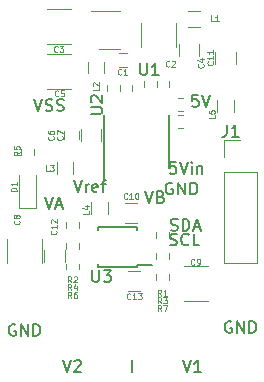
<source format=gto>
G04 #@! TF.FileFunction,Legend,Top*
%FSLAX46Y46*%
G04 Gerber Fmt 4.6, Leading zero omitted, Abs format (unit mm)*
G04 Created by KiCad (PCBNEW 4.0.6) date Wed Apr  3 14:00:51 2019*
%MOMM*%
%LPD*%
G01*
G04 APERTURE LIST*
%ADD10C,0.100000*%
%ADD11C,0.120000*%
%ADD12C,0.150000*%
%ADD13C,0.125000*%
G04 APERTURE END LIST*
D10*
D11*
X9069500Y27917500D02*
X10869500Y27917500D01*
X10869500Y31137500D02*
X8419500Y31137500D01*
X4715000Y28301500D02*
X6715000Y28301500D01*
X6715000Y31261500D02*
X4715000Y31261500D01*
X6328000Y11502200D02*
X6328000Y11002200D01*
X7388000Y11002200D02*
X7388000Y11502200D01*
X7570100Y21099400D02*
X7570100Y20099400D01*
X9270100Y20099400D02*
X9270100Y21099400D01*
D12*
X15069400Y17841400D02*
X15069400Y22341400D01*
X9519400Y16716400D02*
X9519400Y22341400D01*
D11*
X8464000Y13927200D02*
X8464000Y14927200D01*
X9824000Y14927200D02*
X9824000Y13927200D01*
X10762500Y27587500D02*
X11462500Y27587500D01*
X11462500Y26387500D02*
X10762500Y26387500D01*
X15640500Y28083000D02*
X15640500Y30083000D01*
X12680500Y30083000D02*
X12680500Y28083000D01*
X17550500Y27313000D02*
X17550500Y28313000D01*
X15850500Y28313000D02*
X15850500Y27313000D01*
X4715000Y24555000D02*
X6715000Y24555000D01*
X6715000Y27515000D02*
X4715000Y27515000D01*
X6169100Y20249400D02*
X6169100Y20949400D01*
X7369100Y20949400D02*
X7369100Y20249400D01*
X13948000Y12391200D02*
X13948000Y11891200D01*
X15008000Y11891200D02*
X15008000Y12391200D01*
X6328000Y13280200D02*
X6328000Y12780200D01*
X7388000Y12780200D02*
X7388000Y13280200D01*
X13948000Y10613200D02*
X13948000Y10113200D01*
X15008000Y10113200D02*
X15008000Y10613200D01*
X17645000Y29800000D02*
X16645000Y29800000D01*
X16645000Y31160000D02*
X17645000Y31160000D01*
X9506500Y26852500D02*
X9506500Y25852500D01*
X8146500Y25852500D02*
X8146500Y26852500D01*
X6877600Y18305400D02*
X6877600Y17305400D01*
X5517600Y17305400D02*
X5517600Y18305400D01*
X11311000Y13196200D02*
X12311000Y13196200D01*
X12311000Y14896200D02*
X11311000Y14896200D01*
D12*
X12343000Y9450200D02*
X12343000Y9625200D01*
X8993000Y9450200D02*
X8993000Y9700200D01*
X8993000Y12800200D02*
X8993000Y12550200D01*
X12343000Y12800200D02*
X12343000Y12550200D01*
X12343000Y9450200D02*
X8993000Y9450200D01*
X12343000Y12800200D02*
X8993000Y12800200D01*
X12343000Y9625200D02*
X13593000Y9625200D01*
D11*
X18962000Y27678000D02*
X18962000Y26678000D01*
X20662000Y26678000D02*
X20662000Y27678000D01*
X19132000Y22614000D02*
X19132000Y23614000D01*
X20492000Y23614000D02*
X20492000Y22614000D01*
X4274000Y9820400D02*
X4274000Y11820400D01*
X1314000Y11820400D02*
X1314000Y9820400D01*
X18322800Y9506400D02*
X16322800Y9506400D01*
X16322800Y6546400D02*
X18322800Y6546400D01*
X4484000Y10863200D02*
X4484000Y9863200D01*
X6184000Y9863200D02*
X6184000Y10863200D01*
X11590400Y7379600D02*
X12590400Y7379600D01*
X12590400Y9079600D02*
X11590400Y9079600D01*
X2348000Y14456000D02*
X3748000Y14456000D01*
X3748000Y14456000D02*
X3748000Y17256000D01*
X2348000Y14456000D02*
X2348000Y17256000D01*
X2518000Y19427000D02*
X2518000Y18927000D01*
X3578000Y18927000D02*
X3578000Y19427000D01*
X7388000Y9249600D02*
X7388000Y9749600D01*
X6328000Y9749600D02*
X6328000Y9249600D01*
X15008000Y8335200D02*
X15008000Y8835200D01*
X13948000Y8835200D02*
X13948000Y8335200D01*
X11909200Y24337200D02*
X11909200Y24837200D01*
X10849200Y24837200D02*
X10849200Y24337200D01*
X9782400Y24837200D02*
X9782400Y24337200D01*
X10842400Y24337200D02*
X10842400Y24837200D01*
X15058800Y24692800D02*
X15058800Y25192800D01*
X13998800Y25192800D02*
X13998800Y24692800D01*
X12932000Y25192800D02*
X12932000Y24692800D01*
X13992000Y24692800D02*
X13992000Y25192800D01*
X16252000Y23745600D02*
X15752000Y23745600D01*
X15752000Y22685600D02*
X16252000Y22685600D01*
X16252000Y22297800D02*
X15752000Y22297800D01*
X15752000Y21237800D02*
X16252000Y21237800D01*
X19692000Y17526000D02*
X19692000Y9786000D01*
X19692000Y9786000D02*
X22472000Y9786000D01*
X22472000Y9786000D02*
X22472000Y17526000D01*
X22472000Y17526000D02*
X19692000Y17526000D01*
X19692000Y18796000D02*
X19692000Y20186000D01*
X19692000Y20186000D02*
X21082000Y20186000D01*
D12*
X13035067Y15889219D02*
X13368400Y14889219D01*
X13701734Y15889219D01*
X14368401Y15413029D02*
X14511258Y15365410D01*
X14558877Y15317790D01*
X14606496Y15222552D01*
X14606496Y15079695D01*
X14558877Y14984457D01*
X14511258Y14936838D01*
X14416020Y14889219D01*
X14035067Y14889219D01*
X14035067Y15889219D01*
X14368401Y15889219D01*
X14463639Y15841600D01*
X14511258Y15793981D01*
X14558877Y15698743D01*
X14558877Y15603505D01*
X14511258Y15508267D01*
X14463639Y15460648D01*
X14368401Y15413029D01*
X14035067Y15413029D01*
X16208476Y1563619D02*
X16541809Y563619D01*
X16875143Y1563619D01*
X17732286Y563619D02*
X17160857Y563619D01*
X17446571Y563619D02*
X17446571Y1563619D01*
X17351333Y1420762D01*
X17256095Y1325524D01*
X17160857Y1277905D01*
X12598495Y26709619D02*
X12598495Y25900095D01*
X12646114Y25804857D01*
X12693733Y25757238D01*
X12788971Y25709619D01*
X12979448Y25709619D01*
X13074686Y25757238D01*
X13122305Y25804857D01*
X13169924Y25900095D01*
X13169924Y26709619D01*
X14169924Y25709619D02*
X13598495Y25709619D01*
X13884209Y25709619D02*
X13884209Y26709619D01*
X13788971Y26566762D01*
X13693733Y26471524D01*
X13598495Y26423905D01*
D13*
X5606267Y27710629D02*
X5582457Y27686819D01*
X5511029Y27663010D01*
X5463410Y27663010D01*
X5391981Y27686819D01*
X5344362Y27734438D01*
X5320553Y27782057D01*
X5296743Y27877295D01*
X5296743Y27948724D01*
X5320553Y28043962D01*
X5344362Y28091581D01*
X5391981Y28139200D01*
X5463410Y28163010D01*
X5511029Y28163010D01*
X5582457Y28139200D01*
X5606267Y28115390D01*
X5772934Y28163010D02*
X6082457Y28163010D01*
X5915791Y27972533D01*
X5987219Y27972533D01*
X6034838Y27948724D01*
X6058648Y27924914D01*
X6082457Y27877295D01*
X6082457Y27758248D01*
X6058648Y27710629D01*
X6034838Y27686819D01*
X5987219Y27663010D01*
X5844362Y27663010D01*
X5796743Y27686819D01*
X5772934Y27710629D01*
X6774667Y7495410D02*
X6608000Y7733505D01*
X6488953Y7495410D02*
X6488953Y7995410D01*
X6679429Y7995410D01*
X6727048Y7971600D01*
X6750857Y7947790D01*
X6774667Y7900171D01*
X6774667Y7828743D01*
X6750857Y7781124D01*
X6727048Y7757314D01*
X6679429Y7733505D01*
X6488953Y7733505D01*
X7203238Y7828743D02*
X7203238Y7495410D01*
X7084191Y8019219D02*
X6965143Y7662076D01*
X7274667Y7662076D01*
X5995171Y20516067D02*
X6018981Y20492257D01*
X6042790Y20420829D01*
X6042790Y20373210D01*
X6018981Y20301781D01*
X5971362Y20254162D01*
X5923743Y20230353D01*
X5828505Y20206543D01*
X5757076Y20206543D01*
X5661838Y20230353D01*
X5614219Y20254162D01*
X5566600Y20301781D01*
X5542790Y20373210D01*
X5542790Y20420829D01*
X5566600Y20492257D01*
X5590410Y20516067D01*
X5542790Y20682734D02*
X5542790Y21016067D01*
X6042790Y20801781D01*
D12*
X8393181Y22402895D02*
X9202705Y22402895D01*
X9297943Y22450514D01*
X9345562Y22498133D01*
X9393181Y22593371D01*
X9393181Y22783848D01*
X9345562Y22879086D01*
X9297943Y22926705D01*
X9202705Y22974324D01*
X8393181Y22974324D01*
X8488419Y23402895D02*
X8440800Y23450514D01*
X8393181Y23545752D01*
X8393181Y23783848D01*
X8440800Y23879086D01*
X8488419Y23926705D01*
X8583657Y23974324D01*
X8678895Y23974324D01*
X8821752Y23926705D01*
X9393181Y23355276D01*
X9393181Y23974324D01*
D13*
X8227190Y14216867D02*
X8227190Y13978772D01*
X7727190Y13978772D01*
X7893857Y14597819D02*
X8227190Y14597819D01*
X7703381Y14478772D02*
X8060524Y14359724D01*
X8060524Y14669248D01*
X10991067Y25780229D02*
X10967257Y25756419D01*
X10895829Y25732610D01*
X10848210Y25732610D01*
X10776781Y25756419D01*
X10729162Y25804038D01*
X10705353Y25851657D01*
X10681543Y25946895D01*
X10681543Y26018324D01*
X10705353Y26113562D01*
X10729162Y26161181D01*
X10776781Y26208800D01*
X10848210Y26232610D01*
X10895829Y26232610D01*
X10967257Y26208800D01*
X10991067Y26184990D01*
X11467257Y25732610D02*
X11181543Y25732610D01*
X11324400Y25732610D02*
X11324400Y26232610D01*
X11276781Y26161181D01*
X11229162Y26113562D01*
X11181543Y26089752D01*
X15055067Y26466029D02*
X15031257Y26442219D01*
X14959829Y26418410D01*
X14912210Y26418410D01*
X14840781Y26442219D01*
X14793162Y26489838D01*
X14769353Y26537457D01*
X14745543Y26632695D01*
X14745543Y26704124D01*
X14769353Y26799362D01*
X14793162Y26846981D01*
X14840781Y26894600D01*
X14912210Y26918410D01*
X14959829Y26918410D01*
X15031257Y26894600D01*
X15055067Y26870790D01*
X15245543Y26870790D02*
X15269353Y26894600D01*
X15316972Y26918410D01*
X15436019Y26918410D01*
X15483638Y26894600D01*
X15507448Y26870790D01*
X15531257Y26823171D01*
X15531257Y26775552D01*
X15507448Y26704124D01*
X15221734Y26418410D01*
X15531257Y26418410D01*
X17907771Y26637467D02*
X17931581Y26613657D01*
X17955390Y26542229D01*
X17955390Y26494610D01*
X17931581Y26423181D01*
X17883962Y26375562D01*
X17836343Y26351753D01*
X17741105Y26327943D01*
X17669676Y26327943D01*
X17574438Y26351753D01*
X17526819Y26375562D01*
X17479200Y26423181D01*
X17455390Y26494610D01*
X17455390Y26542229D01*
X17479200Y26613657D01*
X17503010Y26637467D01*
X17622057Y27066038D02*
X17955390Y27066038D01*
X17431581Y26946991D02*
X17788724Y26827943D01*
X17788724Y27137467D01*
X5657067Y23951429D02*
X5633257Y23927619D01*
X5561829Y23903810D01*
X5514210Y23903810D01*
X5442781Y23927619D01*
X5395162Y23975238D01*
X5371353Y24022857D01*
X5347543Y24118095D01*
X5347543Y24189524D01*
X5371353Y24284762D01*
X5395162Y24332381D01*
X5442781Y24380000D01*
X5514210Y24403810D01*
X5561829Y24403810D01*
X5633257Y24380000D01*
X5657067Y24356190D01*
X6109448Y24403810D02*
X5871353Y24403810D01*
X5847543Y24165714D01*
X5871353Y24189524D01*
X5918972Y24213333D01*
X6038019Y24213333D01*
X6085638Y24189524D01*
X6109448Y24165714D01*
X6133257Y24118095D01*
X6133257Y23999048D01*
X6109448Y23951429D01*
X6085638Y23927619D01*
X6038019Y23903810D01*
X5918972Y23903810D01*
X5871353Y23927619D01*
X5847543Y23951429D01*
X5233171Y20516067D02*
X5256981Y20492257D01*
X5280790Y20420829D01*
X5280790Y20373210D01*
X5256981Y20301781D01*
X5209362Y20254162D01*
X5161743Y20230353D01*
X5066505Y20206543D01*
X4995076Y20206543D01*
X4899838Y20230353D01*
X4852219Y20254162D01*
X4804600Y20301781D01*
X4780790Y20373210D01*
X4780790Y20420829D01*
X4804600Y20492257D01*
X4828410Y20516067D01*
X4780790Y20944638D02*
X4780790Y20849400D01*
X4804600Y20801781D01*
X4828410Y20777972D01*
X4899838Y20730353D01*
X4995076Y20706543D01*
X5185552Y20706543D01*
X5233171Y20730353D01*
X5256981Y20754162D01*
X5280790Y20801781D01*
X5280790Y20897019D01*
X5256981Y20944638D01*
X5233171Y20968448D01*
X5185552Y20992257D01*
X5066505Y20992257D01*
X5018886Y20968448D01*
X4995076Y20944638D01*
X4971267Y20897019D01*
X4971267Y20801781D01*
X4995076Y20754162D01*
X5018886Y20730353D01*
X5066505Y20706543D01*
X14394667Y7038210D02*
X14228000Y7276305D01*
X14108953Y7038210D02*
X14108953Y7538210D01*
X14299429Y7538210D01*
X14347048Y7514400D01*
X14370857Y7490590D01*
X14394667Y7442971D01*
X14394667Y7371543D01*
X14370857Y7323924D01*
X14347048Y7300114D01*
X14299429Y7276305D01*
X14108953Y7276305D01*
X14870857Y7038210D02*
X14585143Y7038210D01*
X14728000Y7038210D02*
X14728000Y7538210D01*
X14680381Y7466781D01*
X14632762Y7419162D01*
X14585143Y7395352D01*
X6774667Y8155810D02*
X6608000Y8393905D01*
X6488953Y8155810D02*
X6488953Y8655810D01*
X6679429Y8655810D01*
X6727048Y8632000D01*
X6750857Y8608190D01*
X6774667Y8560571D01*
X6774667Y8489143D01*
X6750857Y8441524D01*
X6727048Y8417714D01*
X6679429Y8393905D01*
X6488953Y8393905D01*
X6965143Y8608190D02*
X6988953Y8632000D01*
X7036572Y8655810D01*
X7155619Y8655810D01*
X7203238Y8632000D01*
X7227048Y8608190D01*
X7250857Y8560571D01*
X7250857Y8512952D01*
X7227048Y8441524D01*
X6941334Y8155810D01*
X7250857Y8155810D01*
X14394667Y6377810D02*
X14228000Y6615905D01*
X14108953Y6377810D02*
X14108953Y6877810D01*
X14299429Y6877810D01*
X14347048Y6854000D01*
X14370857Y6830190D01*
X14394667Y6782571D01*
X14394667Y6711143D01*
X14370857Y6663524D01*
X14347048Y6639714D01*
X14299429Y6615905D01*
X14108953Y6615905D01*
X14561334Y6877810D02*
X14870857Y6877810D01*
X14704191Y6687333D01*
X14775619Y6687333D01*
X14823238Y6663524D01*
X14847048Y6639714D01*
X14870857Y6592095D01*
X14870857Y6473048D01*
X14847048Y6425429D01*
X14823238Y6401619D01*
X14775619Y6377810D01*
X14632762Y6377810D01*
X14585143Y6401619D01*
X14561334Y6425429D01*
X18814267Y30253810D02*
X18576172Y30253810D01*
X18576172Y30753810D01*
X19242838Y30253810D02*
X18957124Y30253810D01*
X19099981Y30253810D02*
X19099981Y30753810D01*
X19052362Y30682381D01*
X19004743Y30634762D01*
X18957124Y30610952D01*
X9065390Y24656267D02*
X9065390Y24418172D01*
X8565390Y24418172D01*
X8613010Y24799124D02*
X8589200Y24822934D01*
X8565390Y24870553D01*
X8565390Y24989600D01*
X8589200Y25037219D01*
X8613010Y25061029D01*
X8660629Y25084838D01*
X8708248Y25084838D01*
X8779676Y25061029D01*
X9065390Y24775315D01*
X9065390Y25084838D01*
X4844267Y17579210D02*
X4606172Y17579210D01*
X4606172Y18079210D01*
X4963315Y18079210D02*
X5272838Y18079210D01*
X5106172Y17888733D01*
X5177600Y17888733D01*
X5225219Y17864924D01*
X5249029Y17841114D01*
X5272838Y17793495D01*
X5272838Y17674448D01*
X5249029Y17626829D01*
X5225219Y17603019D01*
X5177600Y17579210D01*
X5034743Y17579210D01*
X4987124Y17603019D01*
X4963315Y17626829D01*
X11489572Y15264629D02*
X11465762Y15240819D01*
X11394334Y15217010D01*
X11346715Y15217010D01*
X11275286Y15240819D01*
X11227667Y15288438D01*
X11203858Y15336057D01*
X11180048Y15431295D01*
X11180048Y15502724D01*
X11203858Y15597962D01*
X11227667Y15645581D01*
X11275286Y15693200D01*
X11346715Y15717010D01*
X11394334Y15717010D01*
X11465762Y15693200D01*
X11489572Y15669390D01*
X11965762Y15217010D02*
X11680048Y15217010D01*
X11822905Y15217010D02*
X11822905Y15717010D01*
X11775286Y15645581D01*
X11727667Y15597962D01*
X11680048Y15574152D01*
X12275286Y15717010D02*
X12322905Y15717010D01*
X12370524Y15693200D01*
X12394333Y15669390D01*
X12418143Y15621771D01*
X12441952Y15526533D01*
X12441952Y15407486D01*
X12418143Y15312248D01*
X12394333Y15264629D01*
X12370524Y15240819D01*
X12322905Y15217010D01*
X12275286Y15217010D01*
X12227667Y15240819D01*
X12203857Y15264629D01*
X12180048Y15312248D01*
X12156238Y15407486D01*
X12156238Y15526533D01*
X12180048Y15621771D01*
X12203857Y15669390D01*
X12227667Y15693200D01*
X12275286Y15717010D01*
D12*
X8534495Y9183619D02*
X8534495Y8374095D01*
X8582114Y8278857D01*
X8629733Y8231238D01*
X8724971Y8183619D01*
X8915448Y8183619D01*
X9010686Y8231238D01*
X9058305Y8278857D01*
X9105924Y8374095D01*
X9105924Y9183619D01*
X9486876Y9183619D02*
X10105924Y9183619D01*
X9772590Y8802667D01*
X9915448Y8802667D01*
X10010686Y8755048D01*
X10058305Y8707429D01*
X10105924Y8612190D01*
X10105924Y8374095D01*
X10058305Y8278857D01*
X10010686Y8231238D01*
X9915448Y8183619D01*
X9629733Y8183619D01*
X9534495Y8231238D01*
X9486876Y8278857D01*
X15603648Y18353019D02*
X15127457Y18353019D01*
X15079838Y17876829D01*
X15127457Y17924448D01*
X15222695Y17972067D01*
X15460791Y17972067D01*
X15556029Y17924448D01*
X15603648Y17876829D01*
X15651267Y17781590D01*
X15651267Y17543495D01*
X15603648Y17448257D01*
X15556029Y17400638D01*
X15460791Y17353019D01*
X15222695Y17353019D01*
X15127457Y17400638D01*
X15079838Y17448257D01*
X15936981Y18353019D02*
X16270314Y17353019D01*
X16603648Y18353019D01*
X16936981Y17353019D02*
X16936981Y18019686D01*
X16936981Y18353019D02*
X16889362Y18305400D01*
X16936981Y18257781D01*
X16984600Y18305400D01*
X16936981Y18353019D01*
X16936981Y18257781D01*
X17413171Y18019686D02*
X17413171Y17353019D01*
X17413171Y17924448D02*
X17460790Y17972067D01*
X17556028Y18019686D01*
X17698886Y18019686D01*
X17794124Y17972067D01*
X17841743Y17876829D01*
X17841743Y17353019D01*
X15316296Y16552800D02*
X15221058Y16600419D01*
X15078201Y16600419D01*
X14935343Y16552800D01*
X14840105Y16457562D01*
X14792486Y16362324D01*
X14744867Y16171848D01*
X14744867Y16028990D01*
X14792486Y15838514D01*
X14840105Y15743276D01*
X14935343Y15648038D01*
X15078201Y15600419D01*
X15173439Y15600419D01*
X15316296Y15648038D01*
X15363915Y15695657D01*
X15363915Y16028990D01*
X15173439Y16028990D01*
X15792486Y15600419D02*
X15792486Y16600419D01*
X16363915Y15600419D01*
X16363915Y16600419D01*
X16840105Y15600419D02*
X16840105Y16600419D01*
X17078200Y16600419D01*
X17221058Y16552800D01*
X17316296Y16457562D01*
X17363915Y16362324D01*
X17411534Y16171848D01*
X17411534Y16028990D01*
X17363915Y15838514D01*
X17316296Y15743276D01*
X17221058Y15648038D01*
X17078200Y15600419D01*
X16840105Y15600419D01*
X15116324Y11330038D02*
X15259181Y11282419D01*
X15497277Y11282419D01*
X15592515Y11330038D01*
X15640134Y11377657D01*
X15687753Y11472895D01*
X15687753Y11568133D01*
X15640134Y11663371D01*
X15592515Y11710990D01*
X15497277Y11758610D01*
X15306800Y11806229D01*
X15211562Y11853848D01*
X15163943Y11901467D01*
X15116324Y11996705D01*
X15116324Y12091943D01*
X15163943Y12187181D01*
X15211562Y12234800D01*
X15306800Y12282419D01*
X15544896Y12282419D01*
X15687753Y12234800D01*
X16687753Y11377657D02*
X16640134Y11330038D01*
X16497277Y11282419D01*
X16402039Y11282419D01*
X16259181Y11330038D01*
X16163943Y11425276D01*
X16116324Y11520514D01*
X16068705Y11710990D01*
X16068705Y11853848D01*
X16116324Y12044324D01*
X16163943Y12139562D01*
X16259181Y12234800D01*
X16402039Y12282419D01*
X16497277Y12282419D01*
X16640134Y12234800D01*
X16687753Y12187181D01*
X17592515Y11282419D02*
X17116324Y11282419D01*
X17116324Y12282419D01*
X15194114Y12574638D02*
X15336971Y12527019D01*
X15575067Y12527019D01*
X15670305Y12574638D01*
X15717924Y12622257D01*
X15765543Y12717495D01*
X15765543Y12812733D01*
X15717924Y12907971D01*
X15670305Y12955590D01*
X15575067Y13003210D01*
X15384590Y13050829D01*
X15289352Y13098448D01*
X15241733Y13146067D01*
X15194114Y13241305D01*
X15194114Y13336543D01*
X15241733Y13431781D01*
X15289352Y13479400D01*
X15384590Y13527019D01*
X15622686Y13527019D01*
X15765543Y13479400D01*
X16194114Y12527019D02*
X16194114Y13527019D01*
X16432209Y13527019D01*
X16575067Y13479400D01*
X16670305Y13384162D01*
X16717924Y13288924D01*
X16765543Y13098448D01*
X16765543Y12955590D01*
X16717924Y12765114D01*
X16670305Y12669876D01*
X16575067Y12574638D01*
X16432209Y12527019D01*
X16194114Y12527019D01*
X17146495Y12812733D02*
X17622686Y12812733D01*
X17051257Y12527019D02*
X17384590Y13527019D01*
X17717924Y12527019D01*
X3641886Y23661619D02*
X3975219Y22661619D01*
X4308553Y23661619D01*
X4594267Y22709238D02*
X4737124Y22661619D01*
X4975220Y22661619D01*
X5070458Y22709238D01*
X5118077Y22756857D01*
X5165696Y22852095D01*
X5165696Y22947333D01*
X5118077Y23042571D01*
X5070458Y23090190D01*
X4975220Y23137810D01*
X4784743Y23185429D01*
X4689505Y23233048D01*
X4641886Y23280667D01*
X4594267Y23375905D01*
X4594267Y23471143D01*
X4641886Y23566381D01*
X4689505Y23614000D01*
X4784743Y23661619D01*
X5022839Y23661619D01*
X5165696Y23614000D01*
X5546648Y22709238D02*
X5689505Y22661619D01*
X5927601Y22661619D01*
X6022839Y22709238D01*
X6070458Y22756857D01*
X6118077Y22852095D01*
X6118077Y22947333D01*
X6070458Y23042571D01*
X6022839Y23090190D01*
X5927601Y23137810D01*
X5737124Y23185429D01*
X5641886Y23233048D01*
X5594267Y23280667D01*
X5546648Y23375905D01*
X5546648Y23471143D01*
X5594267Y23566381D01*
X5641886Y23614000D01*
X5737124Y23661619D01*
X5975220Y23661619D01*
X6118077Y23614000D01*
X6974057Y16803619D02*
X7307390Y15803619D01*
X7640724Y16803619D01*
X7974057Y15803619D02*
X7974057Y16470286D01*
X7974057Y16279810D02*
X8021676Y16375048D01*
X8069295Y16422667D01*
X8164533Y16470286D01*
X8259772Y16470286D01*
X8974058Y15851238D02*
X8878820Y15803619D01*
X8688343Y15803619D01*
X8593105Y15851238D01*
X8545486Y15946476D01*
X8545486Y16327429D01*
X8593105Y16422667D01*
X8688343Y16470286D01*
X8878820Y16470286D01*
X8974058Y16422667D01*
X9021677Y16327429D01*
X9021677Y16232190D01*
X8545486Y16136952D01*
X9307391Y16470286D02*
X9688343Y16470286D01*
X9450248Y15803619D02*
X9450248Y16660762D01*
X9497867Y16756000D01*
X9593105Y16803619D01*
X9688343Y16803619D01*
X4521295Y15381219D02*
X4854628Y14381219D01*
X5187962Y15381219D01*
X5473676Y14666933D02*
X5949867Y14666933D01*
X5378438Y14381219D02*
X5711771Y15381219D01*
X6045105Y14381219D01*
X2032096Y4564000D02*
X1936858Y4611619D01*
X1794001Y4611619D01*
X1651143Y4564000D01*
X1555905Y4468762D01*
X1508286Y4373524D01*
X1460667Y4183048D01*
X1460667Y4040190D01*
X1508286Y3849714D01*
X1555905Y3754476D01*
X1651143Y3659238D01*
X1794001Y3611619D01*
X1889239Y3611619D01*
X2032096Y3659238D01*
X2079715Y3706857D01*
X2079715Y4040190D01*
X1889239Y4040190D01*
X2508286Y3611619D02*
X2508286Y4611619D01*
X3079715Y3611619D01*
X3079715Y4611619D01*
X3555905Y3611619D02*
X3555905Y4611619D01*
X3794000Y4611619D01*
X3936858Y4564000D01*
X4032096Y4468762D01*
X4079715Y4373524D01*
X4127334Y4183048D01*
X4127334Y4040190D01*
X4079715Y3849714D01*
X4032096Y3754476D01*
X3936858Y3659238D01*
X3794000Y3611619D01*
X3555905Y3611619D01*
X20320096Y4818000D02*
X20224858Y4865619D01*
X20082001Y4865619D01*
X19939143Y4818000D01*
X19843905Y4722762D01*
X19796286Y4627524D01*
X19748667Y4437048D01*
X19748667Y4294190D01*
X19796286Y4103714D01*
X19843905Y4008476D01*
X19939143Y3913238D01*
X20082001Y3865619D01*
X20177239Y3865619D01*
X20320096Y3913238D01*
X20367715Y3960857D01*
X20367715Y4294190D01*
X20177239Y4294190D01*
X20796286Y3865619D02*
X20796286Y4865619D01*
X21367715Y3865619D01*
X21367715Y4865619D01*
X21843905Y3865619D02*
X21843905Y4865619D01*
X22082000Y4865619D01*
X22224858Y4818000D01*
X22320096Y4722762D01*
X22367715Y4627524D01*
X22415334Y4437048D01*
X22415334Y4294190D01*
X22367715Y4103714D01*
X22320096Y4008476D01*
X22224858Y3913238D01*
X22082000Y3865619D01*
X21843905Y3865619D01*
X6048476Y1563619D02*
X6381809Y563619D01*
X6715143Y1563619D01*
X7000857Y1468381D02*
X7048476Y1516000D01*
X7143714Y1563619D01*
X7381810Y1563619D01*
X7477048Y1516000D01*
X7524667Y1468381D01*
X7572286Y1373143D01*
X7572286Y1277905D01*
X7524667Y1135048D01*
X6953238Y563619D01*
X7572286Y563619D01*
X11938000Y563619D02*
X11938000Y1563619D01*
D13*
X18720571Y26856572D02*
X18744381Y26832762D01*
X18768190Y26761334D01*
X18768190Y26713715D01*
X18744381Y26642286D01*
X18696762Y26594667D01*
X18649143Y26570858D01*
X18553905Y26547048D01*
X18482476Y26547048D01*
X18387238Y26570858D01*
X18339619Y26594667D01*
X18292000Y26642286D01*
X18268190Y26713715D01*
X18268190Y26761334D01*
X18292000Y26832762D01*
X18315810Y26856572D01*
X18768190Y27332762D02*
X18768190Y27047048D01*
X18768190Y27189905D02*
X18268190Y27189905D01*
X18339619Y27142286D01*
X18387238Y27094667D01*
X18411048Y27047048D01*
X18768190Y27808952D02*
X18768190Y27523238D01*
X18768190Y27666095D02*
X18268190Y27666095D01*
X18339619Y27618476D01*
X18387238Y27570857D01*
X18411048Y27523238D01*
X18895190Y22294067D02*
X18895190Y22055972D01*
X18395190Y22055972D01*
X18395190Y22698829D02*
X18395190Y22460734D01*
X18633286Y22436924D01*
X18609476Y22460734D01*
X18585667Y22508353D01*
X18585667Y22627400D01*
X18609476Y22675019D01*
X18633286Y22698829D01*
X18680905Y22722638D01*
X18799952Y22722638D01*
X18847571Y22698829D01*
X18871381Y22675019D01*
X18895190Y22627400D01*
X18895190Y22508353D01*
X18871381Y22460734D01*
X18847571Y22436924D01*
D12*
X17487924Y24017219D02*
X17011733Y24017219D01*
X16964114Y23541029D01*
X17011733Y23588648D01*
X17106971Y23636267D01*
X17345067Y23636267D01*
X17440305Y23588648D01*
X17487924Y23541029D01*
X17535543Y23445790D01*
X17535543Y23207695D01*
X17487924Y23112457D01*
X17440305Y23064838D01*
X17345067Y23017219D01*
X17106971Y23017219D01*
X17011733Y23064838D01*
X16964114Y23112457D01*
X17821257Y24017219D02*
X18154590Y23017219D01*
X18487924Y24017219D01*
D13*
X2337571Y13378667D02*
X2361381Y13354857D01*
X2385190Y13283429D01*
X2385190Y13235810D01*
X2361381Y13164381D01*
X2313762Y13116762D01*
X2266143Y13092953D01*
X2170905Y13069143D01*
X2099476Y13069143D01*
X2004238Y13092953D01*
X1956619Y13116762D01*
X1909000Y13164381D01*
X1885190Y13235810D01*
X1885190Y13283429D01*
X1909000Y13354857D01*
X1932810Y13378667D01*
X2099476Y13664381D02*
X2075667Y13616762D01*
X2051857Y13592953D01*
X2004238Y13569143D01*
X1980429Y13569143D01*
X1932810Y13592953D01*
X1909000Y13616762D01*
X1885190Y13664381D01*
X1885190Y13759619D01*
X1909000Y13807238D01*
X1932810Y13831048D01*
X1980429Y13854857D01*
X2004238Y13854857D01*
X2051857Y13831048D01*
X2075667Y13807238D01*
X2099476Y13759619D01*
X2099476Y13664381D01*
X2123286Y13616762D01*
X2147095Y13592953D01*
X2194714Y13569143D01*
X2289952Y13569143D01*
X2337571Y13592953D01*
X2361381Y13616762D01*
X2385190Y13664381D01*
X2385190Y13759619D01*
X2361381Y13807238D01*
X2337571Y13831048D01*
X2289952Y13854857D01*
X2194714Y13854857D01*
X2147095Y13831048D01*
X2123286Y13807238D01*
X2099476Y13759619D01*
X17188667Y9676629D02*
X17164857Y9652819D01*
X17093429Y9629010D01*
X17045810Y9629010D01*
X16974381Y9652819D01*
X16926762Y9700438D01*
X16902953Y9748057D01*
X16879143Y9843295D01*
X16879143Y9914724D01*
X16902953Y10009962D01*
X16926762Y10057581D01*
X16974381Y10105200D01*
X17045810Y10129010D01*
X17093429Y10129010D01*
X17164857Y10105200D01*
X17188667Y10081390D01*
X17426762Y9629010D02*
X17522000Y9629010D01*
X17569619Y9652819D01*
X17593429Y9676629D01*
X17641048Y9748057D01*
X17664857Y9843295D01*
X17664857Y10033771D01*
X17641048Y10081390D01*
X17617238Y10105200D01*
X17569619Y10129010D01*
X17474381Y10129010D01*
X17426762Y10105200D01*
X17402953Y10081390D01*
X17379143Y10033771D01*
X17379143Y9914724D01*
X17402953Y9867105D01*
X17426762Y9843295D01*
X17474381Y9819486D01*
X17569619Y9819486D01*
X17617238Y9843295D01*
X17641048Y9867105D01*
X17664857Y9914724D01*
X5461771Y12530972D02*
X5485581Y12507162D01*
X5509390Y12435734D01*
X5509390Y12388115D01*
X5485581Y12316686D01*
X5437962Y12269067D01*
X5390343Y12245258D01*
X5295105Y12221448D01*
X5223676Y12221448D01*
X5128438Y12245258D01*
X5080819Y12269067D01*
X5033200Y12316686D01*
X5009390Y12388115D01*
X5009390Y12435734D01*
X5033200Y12507162D01*
X5057010Y12530972D01*
X5509390Y13007162D02*
X5509390Y12721448D01*
X5509390Y12864305D02*
X5009390Y12864305D01*
X5080819Y12816686D01*
X5128438Y12769067D01*
X5152248Y12721448D01*
X5057010Y13197638D02*
X5033200Y13221448D01*
X5009390Y13269067D01*
X5009390Y13388114D01*
X5033200Y13435733D01*
X5057010Y13459543D01*
X5104629Y13483352D01*
X5152248Y13483352D01*
X5223676Y13459543D01*
X5509390Y13173829D01*
X5509390Y13483352D01*
X11768972Y6781029D02*
X11745162Y6757219D01*
X11673734Y6733410D01*
X11626115Y6733410D01*
X11554686Y6757219D01*
X11507067Y6804838D01*
X11483258Y6852457D01*
X11459448Y6947695D01*
X11459448Y7019124D01*
X11483258Y7114362D01*
X11507067Y7161981D01*
X11554686Y7209600D01*
X11626115Y7233410D01*
X11673734Y7233410D01*
X11745162Y7209600D01*
X11768972Y7185790D01*
X12245162Y6733410D02*
X11959448Y6733410D01*
X12102305Y6733410D02*
X12102305Y7233410D01*
X12054686Y7161981D01*
X12007067Y7114362D01*
X11959448Y7090552D01*
X12411829Y7233410D02*
X12721352Y7233410D01*
X12554686Y7042933D01*
X12626114Y7042933D01*
X12673733Y7019124D01*
X12697543Y6995314D01*
X12721352Y6947695D01*
X12721352Y6828648D01*
X12697543Y6781029D01*
X12673733Y6757219D01*
X12626114Y6733410D01*
X12483257Y6733410D01*
X12435638Y6757219D01*
X12411829Y6781029D01*
X2131190Y15886953D02*
X1631190Y15886953D01*
X1631190Y16006000D01*
X1655000Y16077429D01*
X1702619Y16125048D01*
X1750238Y16148857D01*
X1845476Y16172667D01*
X1916905Y16172667D01*
X2012143Y16148857D01*
X2059762Y16125048D01*
X2107381Y16077429D01*
X2131190Y16006000D01*
X2131190Y15886953D01*
X2131190Y16648857D02*
X2131190Y16363143D01*
X2131190Y16506000D02*
X1631190Y16506000D01*
X1702619Y16458381D01*
X1750238Y16410762D01*
X1774048Y16363143D01*
X2385190Y19220667D02*
X2147095Y19054000D01*
X2385190Y18934953D02*
X1885190Y18934953D01*
X1885190Y19125429D01*
X1909000Y19173048D01*
X1932810Y19196857D01*
X1980429Y19220667D01*
X2051857Y19220667D01*
X2099476Y19196857D01*
X2123286Y19173048D01*
X2147095Y19125429D01*
X2147095Y18934953D01*
X1885190Y19673048D02*
X1885190Y19434953D01*
X2123286Y19411143D01*
X2099476Y19434953D01*
X2075667Y19482572D01*
X2075667Y19601619D01*
X2099476Y19649238D01*
X2123286Y19673048D01*
X2170905Y19696857D01*
X2289952Y19696857D01*
X2337571Y19673048D01*
X2361381Y19649238D01*
X2385190Y19601619D01*
X2385190Y19482572D01*
X2361381Y19434953D01*
X2337571Y19411143D01*
X6774667Y6835010D02*
X6608000Y7073105D01*
X6488953Y6835010D02*
X6488953Y7335010D01*
X6679429Y7335010D01*
X6727048Y7311200D01*
X6750857Y7287390D01*
X6774667Y7239771D01*
X6774667Y7168343D01*
X6750857Y7120724D01*
X6727048Y7096914D01*
X6679429Y7073105D01*
X6488953Y7073105D01*
X7203238Y7335010D02*
X7108000Y7335010D01*
X7060381Y7311200D01*
X7036572Y7287390D01*
X6988953Y7215962D01*
X6965143Y7120724D01*
X6965143Y6930248D01*
X6988953Y6882629D01*
X7012762Y6858819D01*
X7060381Y6835010D01*
X7155619Y6835010D01*
X7203238Y6858819D01*
X7227048Y6882629D01*
X7250857Y6930248D01*
X7250857Y7049295D01*
X7227048Y7096914D01*
X7203238Y7120724D01*
X7155619Y7144533D01*
X7060381Y7144533D01*
X7012762Y7120724D01*
X6988953Y7096914D01*
X6965143Y7049295D01*
X14394667Y5717410D02*
X14228000Y5955505D01*
X14108953Y5717410D02*
X14108953Y6217410D01*
X14299429Y6217410D01*
X14347048Y6193600D01*
X14370857Y6169790D01*
X14394667Y6122171D01*
X14394667Y6050743D01*
X14370857Y6003124D01*
X14347048Y5979314D01*
X14299429Y5955505D01*
X14108953Y5955505D01*
X14561334Y6217410D02*
X14894667Y6217410D01*
X14680381Y5717410D01*
D12*
X19935867Y21502619D02*
X19935867Y20788333D01*
X19888247Y20645476D01*
X19793009Y20550238D01*
X19650152Y20502619D01*
X19554914Y20502619D01*
X20935867Y20502619D02*
X20364438Y20502619D01*
X20650152Y20502619D02*
X20650152Y21502619D01*
X20554914Y21359762D01*
X20459676Y21264524D01*
X20364438Y21216905D01*
M02*

</source>
